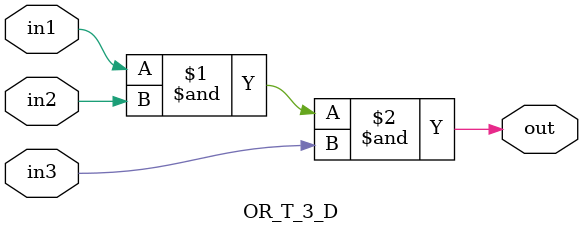
<source format=v>
`timescale 1ns / 1ps

`define	D		10	// definition of the delay

// Delayed AND gate

module OR_T_3_D(out, in1, in2, in3);

input in1, in2, in3;
output out;

and		#`D		and1(out, in1, in2, in3);


endmodule

</source>
